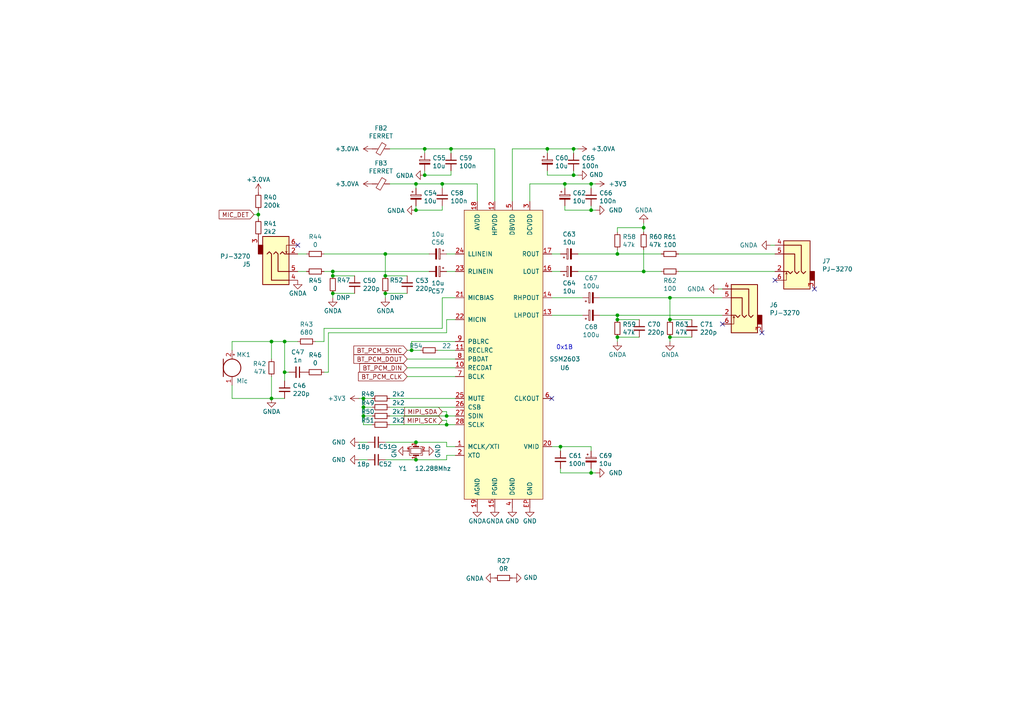
<source format=kicad_sch>
(kicad_sch (version 20230121) (generator eeschema)
  (paper "A4")
  (title_block (title "OtterCastAudioV2") (rev "1.0"))
  (lib_symbols
    (symbol "Device:C_Small" (pin_numbers hide) (pin_names (offset 0.254) hide)
      (property "Reference" "C" (at 0.254 1.778 0))
      (property "Value" "C_Small" (at 0.254 -2.032 0))
      (symbol "C_Small_0_1"
        (polyline (pts (xy -1.524 -0.508) (xy 1.524 -0.508)) (stroke (width 0.3302)))
        (polyline (pts (xy -1.524 0.508) (xy 1.524 0.508)) (stroke (width 0.3048)))
      )
      (symbol "C_Small_1_1"
        (pin passive line (at 0 2.54 270) (length 2.032) (name "~") (number "1"))
        (pin passive line (at 0 -2.54 90) (length 2.032) (name "~") (number "2"))
      )
    )
    (symbol "Device:Crystal_GND24_Small" (pin_names (offset 1.016) hide)
      (property "Reference" "Y" (at 1.27 4.445 0))
      (property "Value" "Crystal_GND24_Small" (at 1.27 2.54 0))
      (symbol "Crystal_GND24_Small_0_1"
        (rectangle (start -0.762 -1.524) (end 0.762 1.524))
        (polyline (pts (xy -1.27 -0.762) (xy -1.27 0.762)) (stroke (width 0.381)))
        (polyline (pts (xy 1.27 -0.762) (xy 1.27 0.762)) (stroke (width 0.381)))
        (polyline (pts (xy -1.27 -1.27) (xy -1.27 -1.905) (xy 1.27 -1.905) (xy 1.27 -1.27)))
        (polyline (pts (xy -1.27 1.27) (xy -1.27 1.905) (xy 1.27 1.905) (xy 1.27 1.27)))
      )
      (symbol "Crystal_GND24_Small_1_1"
        (pin passive line (at -2.54 0 0) (length 1.27) (name "1") (number "1"))
        (pin passive line (at 0 -2.54 90) (length 0.635) (name "2") (number "2"))
        (pin passive line (at 2.54 0 180) (length 1.27) (name "3") (number "3"))
        (pin passive line (at 0 2.54 270) (length 0.635) (name "4") (number "4"))
      )
    )
    (symbol "Device:Microphone" (pin_names (offset 0.0254) hide)
      (property "Reference" "MK" (at -3.81 1.27 0))
      (property "Value" "Microphone" (at -3.81 -0.635 0))
      (symbol "Microphone_0_1"
        (polyline (pts (xy -2.54 2.54) (xy -2.54 -2.54)) (stroke (width 0.254)))
        (polyline (pts (xy 0.254 3.81) (xy 0.762 3.81)))
        (polyline (pts (xy 0.508 4.064) (xy 0.508 3.556)))
        (circle (center 0 0) (radius 2.54) (stroke (width 0.254)))
      )
      (symbol "Microphone_1_1"
        (pin passive line (at 0 -5.08 90) (length 2.54) (name "-") (number "1"))
        (pin passive line (at 0 5.08 270) (length 2.54) (name "+") (number "2"))
      )
    )
    (symbol "Device:R_Small" (pin_numbers hide) (pin_names (offset 0.254) hide)
      (property "Reference" "R" (at 0.762 0.508 0))
      (property "Value" "R_Small" (at 0.762 -1.016 0))
      (symbol "R_Small_0_1"
        (rectangle (start -0.762 1.778) (end 0.762 -1.778) (stroke (width 0.2032)))
      )
      (symbol "R_Small_1_1"
        (pin passive line (at 0 2.54 270) (length 0.762) (name "~") (number "1"))
        (pin passive line (at 0 -2.54 90) (length 0.762) (name "~") (number "2"))
      )
    )
    (symbol "OtterCastAudioV2-rescue:CP_Small-Device" (pin_numbers hide) (pin_names (offset 0.254) hide)
      (property "Reference" "C" (at 0.254 1.778 0))
      (property "Value" "CP_Small-Device" (at 0.254 -2.032 0))
      (symbol "CP_Small-Device_0_1"
        (rectangle (start -1.524 -0.3048) (end 1.524 -0.6858) (fill (type outline)))
        (rectangle (start -1.524 0.6858) (end 1.524 0.3048))
        (polyline (pts (xy -1.27 1.524) (xy -0.762 1.524)))
        (polyline (pts (xy -1.016 1.27) (xy -1.016 1.778)))
      )
      (symbol "CP_Small-Device_1_1"
        (pin passive line (at 0 2.54 270) (length 1.8542) (name "~") (number "1"))
        (pin passive line (at 0 -2.54 90) (length 1.8542) (name "~") (number "2"))
      )
    )
    (symbol "OtterCastAudioV2-rescue:Ferrite_Bead_Small-Device" (pin_numbers hide) (pin_names (offset 0))
      (property "Reference" "FB" (at 1.905 1.27 0))
      (property "Value" "Ferrite_Bead_Small-Device" (at 1.905 -1.27 0))
      (symbol "Ferrite_Bead_Small-Device_0_1"
        (polyline (pts (xy 0 -1.27) (xy 0 -0.7874)))
        (polyline (pts (xy 0 0.889) (xy 0 1.2954)))
        (polyline (pts (xy -1.8288 0.2794) (xy -1.1176 1.4986) (xy 1.8288 -0.2032) (xy 1.1176 -1.4224) (xy -1.8288 0.2794)))
      )
      (symbol "Ferrite_Bead_Small-Device_1_1"
        (pin passive line (at 0 2.54 270) (length 1.27) (name "~") (number "1"))
        (pin passive line (at 0 -2.54 90) (length 1.27) (name "~") (number "2"))
      )
    )
    (symbol "otter:+3.0VA" (power) (pin_names (offset 0))
      (property "Value" "+3.0VA" (at 0 3.556 0))
      (symbol "+3.0VA_0_1"
        (polyline (pts (xy -0.762 1.27) (xy 0 2.54)))
        (polyline (pts (xy 0 0) (xy 0 2.54)))
        (polyline (pts (xy 0 2.54) (xy 0.762 1.27)))
      )
      (symbol "+3.0VA_1_1"
        (pin power_in line (at 0 0 90) (length 0) hide (name "+3.0VA") (number "1"))
      )
    )
    (symbol "otter:GND" (power) (pin_names (offset 0))
      (property "Value" "GND" (at 0 -3.81 0))
      (symbol "GND_0_1"
        (polyline (pts (xy 0 0) (xy 0 -1.27) (xy 1.27 -1.27) (xy 0 -2.54) (xy -1.27 -1.27) (xy 0 -1.27)))
      )
      (symbol "GND_1_1"
        (pin power_in line (at 0 0 270) (length 0) hide (name "GND") (number "1"))
      )
    )
    (symbol "otter:PJ-3270"
      (property "Reference" "J" (at 0 8.89 0))
      (property "Value" "PJ-3270" (at 0 6.35 0))
      (symbol "PJ-3270_0_1"
        (rectangle (start -5.08 -5.08) (end -6.35 -7.62) (stroke (width 0.254)) (fill (type outline)))
        (polyline (pts (xy 1.778 -5.334) (xy 2.032 -5.842)))
        (polyline (pts (xy 0 -5.08) (xy 0.635 -5.715) (xy 1.27 -5.08) (xy 2.54 -5.08)) (stroke (width 0.254)))
        (polyline (pts (xy 2.54 -7.62) (xy 1.778 -7.62) (xy 1.778 -5.334) (xy 1.524 -5.842)))
        (polyline (pts (xy -1.905 -5.08) (xy -1.27 -5.715) (xy -0.635 -5.08) (xy -0.635 0) (xy 2.54 0)) (stroke (width 0.254)))
        (polyline (pts (xy 2.54 2.54) (xy -2.54 2.54) (xy -2.54 -5.08) (xy -3.175 -5.715) (xy -3.81 -5.08)) (stroke (width 0.254)))
        (rectangle (start 2.54 3.81) (end -5.08 -10.16) (stroke (width 0.254)) (fill (type background)))
      )
      (symbol "PJ-3270_1_1"
        (pin passive line (at 5.08 -5.08 180) (length 2.54) (name "~") (number "2"))
        (pin passive line (at -6.35 -10.16 90) (length 2.54) (name "~") (number "3"))
        (pin passive line (at 5.08 2.54 180) (length 2.54) (name "~") (number "4"))
        (pin passive line (at 5.08 0 180) (length 2.54) (name "~") (number "5"))
        (pin passive line (at 5.08 -7.62 180) (length 2.54) (name "~") (number "6"))
      )
    )
    (symbol "otter:SSM2603" (pin_names (offset 1.016))
      (property "Reference" "U" (at 16.51 36.83 0))
      (property "Value" "SSM2603" (at 16.51 39.37 0))
      (symbol "SSM2603_0_1"
        (rectangle (start -11.43 41.91) (end 11.43 -41.91) (fill (type background)))
      )
      (symbol "SSM2603_1_1"
        (pin input line (at -13.97 -26.67 0) (length 2.54) (name "MCLK/XTI") (number "1"))
        (pin input line (at -13.97 -3.81 0) (length 2.54) (name "RECDAT") (number "10"))
        (pin input line (at -13.97 1.27 0) (length 2.54) (name "RECLRC") (number "11"))
        (pin input line (at -2.54 44.45 270) (length 2.54) (name "HPVDD") (number "12"))
        (pin input line (at 13.97 11.43 180) (length 2.54) (name "LHPOUT") (number "13"))
        (pin input line (at 13.97 16.51 180) (length 2.54) (name "RHPOUT") (number "14"))
        (pin input line (at -2.54 -44.45 90) (length 2.54) (name "PGND") (number "15"))
        (pin input line (at 13.97 24.13 180) (length 2.54) (name "LOUT") (number "16"))
        (pin input line (at 13.97 29.21 180) (length 2.54) (name "ROUT") (number "17"))
        (pin input line (at -7.62 44.45 270) (length 2.54) (name "AVDD") (number "18"))
        (pin input line (at -7.62 -44.45 90) (length 2.54) (name "AGND") (number "19"))
        (pin input line (at -13.97 -29.21 0) (length 2.54) (name "XTO") (number "2"))
        (pin input line (at 13.97 -26.67 180) (length 2.54) (name "VMID") (number "20"))
        (pin input line (at -13.97 16.51 0) (length 2.54) (name "MICBIAS") (number "21"))
        (pin input line (at -13.97 10.16 0) (length 2.54) (name "MICIN") (number "22"))
        (pin input line (at -13.97 24.13 0) (length 2.54) (name "RLINEIN") (number "23"))
        (pin input line (at -13.97 29.21 0) (length 2.54) (name "LLINEIN") (number "24"))
        (pin input line (at -13.97 -12.7 0) (length 2.54) (name "MUTE") (number "25"))
        (pin input line (at -13.97 -15.24 0) (length 2.54) (name "CSB") (number "26"))
        (pin input line (at -13.97 -17.78 0) (length 2.54) (name "SDIN") (number "27"))
        (pin input line (at -13.97 -20.32 0) (length 2.54) (name "SCLK") (number "28"))
        (pin input line (at 7.62 44.45 270) (length 2.54) (name "DCVDD") (number "3"))
        (pin input line (at 2.54 -44.45 90) (length 2.54) (name "DGND") (number "4"))
        (pin input line (at 2.54 44.45 270) (length 2.54) (name "DBVDD") (number "5"))
        (pin input line (at 13.97 -12.7 180) (length 2.54) (name "CLKOUT") (number "6"))
        (pin input line (at -13.97 -6.35 0) (length 2.54) (name "BCLK") (number "7"))
        (pin input line (at -13.97 -1.27 0) (length 2.54) (name "PBDAT") (number "8"))
        (pin input line (at -13.97 3.81 0) (length 2.54) (name "PBLRC") (number "9"))
        (pin input line (at 7.62 -44.45 90) (length 2.54) (name "GND") (number "EP"))
      )
    )
    (symbol "power:+3V3" (power) (pin_names (offset 0))
      (property "Value" "+3V3" (at 0 3.556 0))
      (symbol "+3V3_0_1"
        (polyline (pts (xy -0.762 1.27) (xy 0 2.54)))
        (polyline (pts (xy 0 0) (xy 0 2.54)))
        (polyline (pts (xy 0 2.54) (xy 0.762 1.27)))
      )
      (symbol "+3V3_1_1"
        (pin power_in line (at 0 0 90) (length 0) hide (name "+3V3") (number "1"))
      )
    )
    (symbol "power:GND" (power) (pin_names (offset 0))
      (property "Value" "GND" (at 0 -3.81 0))
      (symbol "GND_0_1"
        (polyline (pts (xy 0 0) (xy 0 -1.27) (xy 1.27 -1.27) (xy 0 -2.54) (xy -1.27 -1.27) (xy 0 -1.27)))
      )
      (symbol "GND_1_1"
        (pin power_in line (at 0 0 270) (length 0) hide (name "GND") (number "1"))
      )
    )
    (symbol "power:GNDA" (power) (pin_names (offset 0))
      (property "Value" "GNDA" (at 0 -3.81 0))
      (symbol "GNDA_0_1"
        (polyline (pts (xy 0 0) (xy 0 -1.27) (xy 1.27 -1.27) (xy 0 -2.54) (xy -1.27 -1.27) (xy 0 -1.27)))
      )
      (symbol "GNDA_1_1"
        (pin power_in line (at 0 0 270) (length 0) hide (name "GNDA") (number "1"))
      )
    )
  )
  (junction (at 120.65 128.27))
  (junction (at 120.65 53.34))
  (junction (at 171.45 137.16))
  (junction (at 96.52 85.09))
  (junction (at 179.07 73.66))
  (junction (at 130.81 43.18))
  (junction (at 82.55 99.06))
  (junction (at 163.83 53.34))
  (junction (at 111.76 85.09))
  (junction (at 123.19 50.8))
  (junction (at 179.07 91.44))
  (junction (at 74.93 62.23))
  (junction (at 166.37 43.18))
  (junction (at 179.07 92.71))
  (junction (at 166.37 50.8))
  (junction (at 171.45 60.96))
  (junction (at 123.19 43.18))
  (junction (at 111.76 80.01))
  (junction (at 186.69 66.04))
  (junction (at 162.56 129.54))
  (junction (at 120.65 133.35))
  (junction (at 194.31 97.79))
  (junction (at 78.74 99.06))
  (junction (at 96.52 80.01))
  (junction (at 78.74 115.57))
  (junction (at 120.65 60.96))
  (junction (at 158.75 43.18))
  (junction (at 105.41 120.65))
  (junction (at 171.45 53.34))
  (junction (at 96.52 78.74))
  (junction (at 129.54 120.65))
  (junction (at 111.76 73.66))
  (junction (at 129.54 123.19))
  (junction (at 105.41 115.57))
  (junction (at 82.55 107.95))
  (junction (at 179.07 97.79))
  (junction (at 194.31 92.71))
  (junction (at 128.27 53.34))
  (junction (at 186.69 78.74))
  (junction (at 194.31 86.36))
  (junction (at 119.38 101.6))
  (junction (at 105.41 118.11))
  (no_connect (at 209.55 93.98))
  (no_connect (at 224.79 81.28))
  (no_connect (at 86.36 71.12))
  (no_connect (at 220.98 96.52))
  (no_connect (at 160.02 115.57))
  (no_connect (at 236.22 83.82))
  (wire (pts (xy 162.56 129.54) (xy 171.45 129.54)))
  (wire (pts (xy 171.45 54.61) (xy 171.45 53.34)))
  (wire (pts (xy 160.02 78.74) (xy 162.56 78.74)))
  (wire (pts (xy 67.31 111.76) (xy 67.31 115.57)))
  (wire (pts (xy 73.66 62.23) (xy 74.93 62.23)))
  (wire (pts (xy 171.45 60.96) (xy 171.45 59.69)))
  (wire (pts (xy 158.75 43.18) (xy 158.75 44.45)))
  (wire (pts (xy 186.69 78.74) (xy 186.69 72.39)))
  (wire (pts (xy 163.83 54.61) (xy 163.83 53.34)))
  (wire (pts (xy 128.27 53.34) (xy 128.27 54.61)))
  (wire (pts (xy 118.11 85.09) (xy 111.76 85.09)))
  (wire (pts (xy 162.56 137.16) (xy 162.56 135.89)))
  (wire (pts (xy 95.25 96.52) (xy 129.54 96.52)))
  (wire (pts (xy 167.64 43.18) (xy 166.37 43.18)))
  (wire (pts (xy 129.54 123.19) (xy 113.03 123.19)))
  (wire (pts (xy 104.14 133.35) (xy 106.68 133.35)))
  (wire (pts (xy 179.07 67.31) (xy 179.07 66.04)))
  (wire (pts (xy 67.31 101.6) (xy 67.31 99.06)))
  (wire (pts (xy 185.42 92.71) (xy 179.07 92.71)))
  (wire (pts (xy 163.83 60.96) (xy 163.83 59.69)))
  (wire (pts (xy 128.27 60.96) (xy 120.65 60.96)))
  (wire (pts (xy 143.51 43.18) (xy 130.81 43.18)))
  (wire (pts (xy 128.27 59.69) (xy 128.27 60.96)))
  (wire (pts (xy 119.38 99.06) (xy 132.08 99.06)))
  (wire (pts (xy 119.38 99.06) (xy 119.38 101.6)))
  (wire (pts (xy 132.08 86.36) (xy 128.27 86.36)))
  (wire (pts (xy 111.76 86.36) (xy 111.76 85.09)))
  (wire (pts (xy 113.03 53.34) (xy 120.65 53.34)))
  (wire (pts (xy 124.46 78.74) (xy 96.52 78.74)))
  (wire (pts (xy 208.28 83.82) (xy 209.55 83.82)))
  (wire (pts (xy 120.65 133.35) (xy 129.54 133.35)))
  (wire (pts (xy 168.91 91.44) (xy 160.02 91.44)))
  (wire (pts (xy 120.65 133.35) (xy 111.76 133.35)))
  (wire (pts (xy 86.36 99.06) (xy 82.55 99.06)))
  (wire (pts (xy 129.54 119.38) (xy 129.54 120.65)))
  (wire (pts (xy 124.46 73.66) (xy 111.76 73.66)))
  (wire (pts (xy 118.11 106.68) (xy 132.08 106.68)))
  (wire (pts (xy 194.31 99.06) (xy 194.31 97.79)))
  (wire (pts (xy 120.65 128.27) (xy 111.76 128.27)))
  (wire (pts (xy 118.11 80.01) (xy 111.76 80.01)))
  (wire (pts (xy 105.41 115.57) (xy 105.41 118.11)))
  (wire (pts (xy 86.36 73.66) (xy 88.9 73.66)))
  (wire (pts (xy 162.56 73.66) (xy 160.02 73.66)))
  (wire (pts (xy 166.37 50.8) (xy 166.37 49.53)))
  (wire (pts (xy 132.08 73.66) (xy 129.54 73.66)))
  (wire (pts (xy 120.65 53.34) (xy 128.27 53.34)))
  (wire (pts (xy 128.27 53.34) (xy 138.43 53.34)))
  (wire (pts (xy 95.25 96.52) (xy 95.25 107.95)))
  (wire (pts (xy 82.55 115.57) (xy 78.74 115.57)))
  (wire (pts (xy 111.76 73.66) (xy 111.76 80.01)))
  (wire (pts (xy 163.83 53.34) (xy 153.67 53.34)))
  (wire (pts (xy 104.14 128.27) (xy 106.68 128.27)))
  (wire (pts (xy 167.64 73.66) (xy 179.07 73.66)))
  (wire (pts (xy 130.81 49.53) (xy 130.81 50.8)))
  (wire (pts (xy 74.93 62.23) (xy 74.93 60.96)))
  (wire (pts (xy 132.08 92.71) (xy 129.54 92.71)))
  (wire (pts (xy 179.07 91.44) (xy 209.55 91.44)))
  (wire (pts (xy 200.66 97.79) (xy 194.31 97.79)))
  (wire (pts (xy 166.37 44.45) (xy 166.37 43.18)))
  (wire (pts (xy 132.08 123.19) (xy 129.54 123.19)))
  (wire (pts (xy 132.08 115.57) (xy 113.03 115.57)))
  (wire (pts (xy 113.03 43.18) (xy 123.19 43.18)))
  (wire (pts (xy 185.42 97.79) (xy 179.07 97.79)))
  (wire (pts (xy 132.08 132.08) (xy 129.54 132.08)))
  (wire (pts (xy 130.81 50.8) (xy 123.19 50.8)))
  (wire (pts (xy 158.75 49.53) (xy 158.75 50.8)))
  (wire (pts (xy 78.74 115.57) (xy 78.74 109.22)))
  (wire (pts (xy 74.93 63.5) (xy 74.93 62.23)))
  (wire (pts (xy 129.54 121.92) (xy 129.54 123.19)))
  (wire (pts (xy 128.27 86.36) (xy 128.27 95.25)))
  (wire (pts (xy 129.54 132.08) (xy 129.54 133.35)))
  (wire (pts (xy 153.67 53.34) (xy 153.67 58.42)))
  (wire (pts (xy 129.54 92.71) (xy 129.54 96.52)))
  (wire (pts (xy 107.95 118.11) (xy 105.41 118.11)))
  (wire (pts (xy 179.07 66.04) (xy 186.69 66.04)))
  (wire (pts (xy 120.65 60.96) (xy 120.65 59.69)))
  (wire (pts (xy 93.98 73.66) (xy 111.76 73.66)))
  (wire (pts (xy 113.03 120.65) (xy 129.54 120.65)))
  (wire (pts (xy 186.69 78.74) (xy 191.77 78.74)))
  (wire (pts (xy 107.95 115.57) (xy 105.41 115.57)))
  (wire (pts (xy 105.41 120.65) (xy 105.41 123.19)))
  (wire (pts (xy 186.69 66.04) (xy 186.69 67.31)))
  (wire (pts (xy 179.07 73.66) (xy 191.77 73.66)))
  (wire (pts (xy 223.52 71.12) (xy 224.79 71.12)))
  (wire (pts (xy 67.31 115.57) (xy 78.74 115.57)))
  (wire (pts (xy 158.75 43.18) (xy 166.37 43.18)))
  (wire (pts (xy 167.64 78.74) (xy 186.69 78.74)))
  (wire (pts (xy 78.74 104.14) (xy 78.74 99.06)))
  (wire (pts (xy 173.99 91.44) (xy 179.07 91.44)))
  (wire (pts (xy 167.64 50.8) (xy 166.37 50.8)))
  (wire (pts (xy 143.51 43.18) (xy 143.51 58.42)))
  (wire (pts (xy 82.55 110.49) (xy 82.55 107.95)))
  (wire (pts (xy 163.83 60.96) (xy 171.45 60.96)))
  (wire (pts (xy 96.52 80.01) (xy 96.52 78.74)))
  (wire (pts (xy 121.92 101.6) (xy 119.38 101.6)))
  (wire (pts (xy 132.08 78.74) (xy 129.54 78.74)))
  (wire (pts (xy 179.07 99.06) (xy 179.07 97.79)))
  (wire (pts (xy 160.02 86.36) (xy 168.91 86.36)))
  (wire (pts (xy 96.52 86.36) (xy 96.52 85.09)))
  (wire (pts (xy 91.44 99.06) (xy 93.98 99.06)))
  (wire (pts (xy 129.54 128.27) (xy 129.54 129.54)))
  (wire (pts (xy 107.95 120.65) (xy 105.41 120.65)))
  (wire (pts (xy 118.11 101.6) (xy 119.38 101.6)))
  (wire (pts (xy 82.55 107.95) (xy 83.82 107.95)))
  (wire (pts (xy 179.07 92.71) (xy 179.07 91.44)))
  (wire (pts (xy 186.69 64.77) (xy 186.69 66.04)))
  (wire (pts (xy 123.19 43.18) (xy 123.19 44.45)))
  (wire (pts (xy 162.56 137.16) (xy 171.45 137.16)))
  (wire (pts (xy 148.59 43.18) (xy 158.75 43.18)))
  (wire (pts (xy 173.99 86.36) (xy 194.31 86.36)))
  (wire (pts (xy 130.81 43.18) (xy 130.81 44.45)))
  (wire (pts (xy 78.74 99.06) (xy 82.55 99.06)))
  (wire (pts (xy 171.45 53.34) (xy 163.83 53.34)))
  (wire (pts (xy 123.19 50.8) (xy 123.19 49.53)))
  (wire (pts (xy 86.36 78.74) (xy 88.9 78.74)))
  (wire (pts (xy 194.31 86.36) (xy 194.31 92.71)))
  (wire (pts (xy 172.72 53.34) (xy 171.45 53.34)))
  (wire (pts (xy 171.45 137.16) (xy 171.45 135.89)))
  (wire (pts (xy 132.08 101.6) (xy 127 101.6)))
  (wire (pts (xy 128.27 121.92) (xy 129.54 121.92)))
  (wire (pts (xy 67.31 99.06) (xy 78.74 99.06)))
  (wire (pts (xy 171.45 137.16) (xy 172.72 137.16)))
  (wire (pts (xy 196.85 78.74) (xy 224.79 78.74)))
  (wire (pts (xy 95.25 107.95) (xy 93.98 107.95)))
  (wire (pts (xy 138.43 53.34) (xy 138.43 58.42)))
  (wire (pts (xy 200.66 92.71) (xy 194.31 92.71)))
  (wire (pts (xy 105.41 115.57) (xy 104.14 115.57)))
  (wire (pts (xy 102.87 85.09) (xy 96.52 85.09)))
  (wire (pts (xy 120.65 128.27) (xy 129.54 128.27)))
  (wire (pts (xy 148.59 43.18) (xy 148.59 58.42)))
  (wire (pts (xy 93.98 78.74) (xy 96.52 78.74)))
  (wire (pts (xy 160.02 129.54) (xy 162.56 129.54)))
  (wire (pts (xy 105.41 118.11) (xy 105.41 120.65)))
  (wire (pts (xy 172.72 60.96) (xy 171.45 60.96)))
  (wire (pts (xy 102.87 80.01) (xy 96.52 80.01)))
  (wire (pts (xy 105.41 123.19) (xy 107.95 123.19)))
  (wire (pts (xy 118.11 109.22) (xy 132.08 109.22)))
  (wire (pts (xy 113.03 118.11) (xy 132.08 118.11)))
  (wire (pts (xy 93.98 95.25) (xy 128.27 95.25)))
  (wire (pts (xy 93.98 95.25) (xy 93.98 99.06)))
  (wire (pts (xy 118.11 104.14) (xy 132.08 104.14)))
  (wire (pts (xy 158.75 50.8) (xy 166.37 50.8)))
  (wire (pts (xy 123.19 43.18) (xy 130.81 43.18)))
  (wire (pts (xy 82.55 99.06) (xy 82.55 107.95)))
  (wire (pts (xy 128.27 119.38) (xy 129.54 119.38)))
  (wire (pts (xy 224.79 73.66) (xy 196.85 73.66)))
  (wire (pts (xy 194.31 86.36) (xy 209.55 86.36)))
  (wire (pts (xy 120.65 54.61) (xy 120.65 53.34)))
  (wire (pts (xy 171.45 129.54) (xy 171.45 130.81)))
  (wire (pts (xy 129.54 129.54) (xy 132.08 129.54)))
  (wire (pts (xy 129.54 120.65) (xy 132.08 120.65)))
  (wire (pts (xy 162.56 129.54) (xy 162.56 130.81)))
  (wire (pts (xy 179.07 72.39) (xy 179.07 73.66)))
  (text "0x1B" (at 161.29 101.6 0) (effects (font (size 1.27 1.27)) (justify left bottom)))
  (global_label "MIPI_SCK" (shape input) (at 128.27 121.92 180) (property "Intersheetrefs" "${INTERSHEET_REFS}" (effects hide)))
  (global_label "BT_PCM_DOUT" (shape input) (at 118.11 104.14 180) (property "Intersheetrefs" "${INTERSHEET_REFS}" (effects hide)))
  (global_label "BT_PCM_DIN" (shape input) (at 118.11 106.68 180) (property "Intersheetrefs" "${INTERSHEET_REFS}" (effects hide)))
  (global_label "BT_PCM_SYNC" (shape input) (at 118.11 101.6 180) (property "Intersheetrefs" "${INTERSHEET_REFS}" (effects hide)))
  (global_label "MIC_DET" (shape input) (at 73.66 62.23 180) (property "Intersheetrefs" "${INTERSHEET_REFS}" (effects hide)))
  (global_label "MIPI_SDA" (shape input) (at 128.27 119.38 180) (property "Intersheetrefs" "${INTERSHEET_REFS}" (effects hide)))
  (global_label "BT_PCM_CLK" (shape input) (at 118.11 109.22 180) (property "Intersheetrefs" "${INTERSHEET_REFS}" (effects hide)))
  (symbol (lib_id "Device:R_Small") (at 146.05 167.64 270) (unit 1)
    (property "Reference" "R27" (at 146.05 162.6616 90))
    (property "Value" "0R" (at 146.05 164.973 90))
    (property "Footprint" "otter:R_0805" (effects hide))
  )
  (symbol (lib_id "power:GNDA") (at 143.51 147.32 0) (unit 1)
    (property "Reference" "#PWR0155" (effects hide))
    (property "Value" "GNDA" (at 143.51 151.13 0))
  )
  (symbol (lib_id "power:GNDA") (at 138.43 147.32 0) (unit 1)
    (property "Reference" "#PWR0203" (effects hide))
    (property "Value" "GNDA" (at 138.43 151.13 0))
  )
  (symbol (lib_id "power:GNDA") (at 143.51 167.64 270) (unit 1)
    (property "Reference" "#PWR0204" (effects hide))
    (property "Value" "GNDA" (at 140.2842 167.767 90) (effects (justify right)))
  )
  (symbol (lib_id "otter:GND") (at 148.59 167.64 90) (unit 1)
    (property "Reference" "#PWR0295" (effects hide))
    (property "Value" "GND" (at 151.8412 167.513 90) (effects (justify right)))
  )
  (symbol (lib_id "otter:SSM2603") (at 146.05 102.87 0) (unit 1)
    (property "Reference" "U6" (at 163.83 106.68 0))
    (property "Value" "SSM2603" (at 163.83 104.14 0))
    (property "Footprint" "otter:LFCSP-28-5x5mm-0.5mm-EP3.14x3.14mm" (effects hide))
  )
  (symbol (lib_id "otter:GND") (at 148.59 147.32 0) (unit 1)
    (property "Reference" "#PWR0205" (effects hide))
    (property "Value" "GND" (at 148.59 151.13 0))
  )
  (symbol (lib_id "otter:GND") (at 153.67 147.32 0) (unit 1)
    (property "Reference" "#PWR0206" (effects hide))
    (property "Value" "GND" (at 153.67 151.13 0))
  )
  (symbol (lib_id "Device:Crystal_GND24_Small") (at 120.65 130.81 90) (unit 1)
    (property "Reference" "Y1" (at 118.11 135.89 90) (effects (justify left)))
    (property "Value" "12.288Mhz" (at 130.81 135.89 90) (effects (justify left)))
    (property "Footprint" "otter:Oscillator_3225" (effects hide))
  )
  (symbol (lib_id "power:GND") (at 123.19 130.81 90) (mirror x) (unit 1)
    (property "Reference" "#PWR0207" (effects hide))
    (property "Value" "GND" (at 127 130.81 0))
  )
  (symbol (lib_id "Device:C_Small") (at 109.22 133.35 270) (unit 1)
    (property "Reference" "C52" (at 111.76 134.62 90))
    (property "Value" "18p" (at 105.41 134.62 90))
    (property "Footprint" "otter:C_0402" (effects hide))
  )
  (symbol (lib_id "Device:C_Small") (at 109.22 128.27 270) (unit 1)
    (property "Reference" "C51" (at 111.76 129.54 90))
    (property "Value" "18p" (at 105.41 129.54 90))
    (property "Footprint" "otter:C_0402" (effects hide))
  )
  (symbol (lib_id "power:GND") (at 118.11 130.81 270) (mirror x) (unit 1)
    (property "Reference" "#PWR0208" (effects hide))
    (property "Value" "GND" (at 114.3 130.81 0))
  )
  (symbol (lib_id "power:GND") (at 104.14 128.27 270) (mirror x) (unit 1)
    (property "Reference" "#PWR0209" (effects hide))
    (property "Value" "GND" (at 100.33 128.27 90) (effects (justify right)))
  )
  (symbol (lib_id "power:GND") (at 104.14 133.35 270) (mirror x) (unit 1)
    (property "Reference" "#PWR0210" (effects hide))
    (property "Value" "GND" (at 100.33 133.35 90) (effects (justify right)))
  )
  (symbol (lib_id "Device:R_Small") (at 110.49 120.65 270) (unit 1)
    (property "Reference" "R50" (at 106.68 119.38 90))
    (property "Value" "2k2" (at 115.57 119.38 90))
    (property "Footprint" "otter:R_0402" (effects hide))
  )
  (symbol (lib_id "Device:R_Small") (at 110.49 123.19 270) (unit 1)
    (property "Reference" "R51" (at 106.68 121.92 90))
    (property "Value" "2k2" (at 115.57 121.92 90))
    (property "Footprint" "otter:R_0402" (effects hide))
  )
  (symbol (lib_id "Device:R_Small") (at 124.46 101.6 270) (unit 1)
    (property "Reference" "R54" (at 120.65 100.33 90))
    (property "Value" "22" (at 129.54 100.33 90))
    (property "Footprint" "otter:R_0402" (effects hide))
  )
  (symbol (lib_id "Device:R_Small") (at 110.49 118.11 270) (unit 1)
    (property "Reference" "R49" (at 106.68 116.84 90))
    (property "Value" "2k2" (at 115.57 116.84 90))
    (property "Footprint" "otter:R_0402" (effects hide))
  )
  (symbol (lib_id "Device:R_Small") (at 110.49 115.57 270) (unit 1)
    (property "Reference" "R48" (at 106.68 114.3 90))
    (property "Value" "2k2" (at 115.57 114.3 90))
    (property "Footprint" "otter:R_0402" (effects hide))
  )
  (symbol (lib_id "OtterCastAudioV2-rescue:CP_Small-Device") (at 120.65 57.15 0) (unit 1)
    (property "Reference" "C54" (at 122.8852 55.9816 0) (effects (justify left)))
    (property "Value" "10u" (at 122.8852 58.293 0) (effects (justify left)))
    (property "Footprint" "otter:CP_EIA-3216-10" (effects hide))
    (property "Datasheet" "TAJA106K016RNJ" (effects hide))
    (property "LCSC" "C7171" (effects hide))
  )
  (symbol (lib_id "Device:C_Small") (at 128.27 57.15 0) (unit 1)
    (property "Reference" "C58" (at 130.6068 55.9816 0) (effects (justify left)))
    (property "Value" "100n" (at 130.6068 58.293 0) (effects (justify left)))
    (property "Footprint" "otter:C_0402" (effects hide))
  )
  (symbol (lib_id "OtterCastAudioV2-rescue:CP_Small-Device") (at 123.19 46.99 0) (unit 1)
    (property "Reference" "C55" (at 125.4252 45.8216 0) (effects (justify left)))
    (property "Value" "10u" (at 125.4252 48.133 0) (effects (justify left)))
    (property "Footprint" "otter:CP_EIA-3216-10" (effects hide))
    (property "Datasheet" "TAJA106K016RNJ" (effects hide))
    (property "LCSC" "C7171" (effects hide))
  )
  (symbol (lib_id "Device:C_Small") (at 130.81 46.99 0) (unit 1)
    (property "Reference" "C59" (at 133.1468 45.8216 0) (effects (justify left)))
    (property "Value" "100n" (at 133.1468 48.133 0) (effects (justify left)))
    (property "Footprint" "otter:C_0402" (effects hide))
  )
  (symbol (lib_id "OtterCastAudioV2-rescue:CP_Small-Device") (at 163.83 57.15 0) (unit 1)
    (property "Reference" "C62" (at 166.0652 55.9816 0) (effects (justify left)))
    (property "Value" "10u" (at 166.0652 58.293 0) (effects (justify left)))
    (property "Footprint" "otter:CP_EIA-3216-10" (effects hide))
    (property "Datasheet" "TAJA106K016RNJ" (effects hide))
    (property "LCSC" "C7171" (effects hide))
  )
  (symbol (lib_id "Device:C_Small") (at 171.45 57.15 0) (unit 1)
    (property "Reference" "C66" (at 173.7868 55.9816 0) (effects (justify left)))
    (property "Value" "100n" (at 173.7868 58.293 0) (effects (justify left)))
    (property "Footprint" "otter:C_0402" (effects hide))
  )
  (symbol (lib_id "OtterCastAudioV2-rescue:CP_Small-Device") (at 158.75 46.99 0) (unit 1)
    (property "Reference" "C60" (at 160.9852 45.8216 0) (effects (justify left)))
    (property "Value" "10u" (at 160.9852 48.133 0) (effects (justify left)))
    (property "Footprint" "otter:CP_EIA-3216-10" (effects hide))
    (property "Datasheet" "TAJA106K016RNJ" (effects hide))
    (property "LCSC" "C7171" (effects hide))
  )
  (symbol (lib_id "Device:C_Small") (at 166.37 46.99 0) (unit 1)
    (property "Reference" "C65" (at 168.7068 45.8216 0) (effects (justify left)))
    (property "Value" "100n" (at 168.7068 48.133 0) (effects (justify left)))
    (property "Footprint" "otter:C_0402" (effects hide))
  )
  (symbol (lib_id "otter:GND") (at 172.72 60.96 90) (unit 1)
    (property "Reference" "#PWR0213" (effects hide))
    (property "Value" "GND" (at 176.53 60.96 90) (effects (justify right)))
  )
  (symbol (lib_id "otter:GND") (at 167.64 50.8 90) (unit 1)
    (property "Reference" "#PWR0214" (effects hide))
    (property "Value" "GND" (at 170.8912 50.673 90) (effects (justify right)))
  )
  (symbol (lib_id "OtterCastAudioV2-rescue:Ferrite_Bead_Small-Device") (at 110.49 43.18 270) (unit 1)
    (property "Reference" "FB2" (at 110.49 37.1602 90))
    (property "Value" "FERRET" (at 110.49 39.4716 90))
    (property "Footprint" "otter:R_0805" (effects hide))
  )
  (symbol (lib_id "OtterCastAudioV2-rescue:Ferrite_Bead_Small-Device") (at 110.49 53.34 270) (unit 1)
    (property "Reference" "FB3" (at 110.49 47.3202 90))
    (property "Value" "FERRET" (at 110.49 49.6316 90))
    (property "Footprint" "otter:R_0805" (effects hide))
  )
  (symbol (lib_id "power:GNDA") (at 123.19 50.8 270) (unit 1)
    (property "Reference" "#PWR0217" (effects hide))
    (property "Value" "GNDA" (at 119.9642 50.927 90) (effects (justify right)))
  )
  (symbol (lib_id "power:GNDA") (at 120.65 60.96 270) (unit 1)
    (property "Reference" "#PWR0218" (effects hide))
    (property "Value" "GNDA" (at 117.4242 61.087 90) (effects (justify right)))
  )
  (symbol (lib_id "OtterCastAudioV2-rescue:CP_Small-Device") (at 171.45 86.36 90) (unit 1)
    (property "Reference" "C67" (at 171.45 80.645 90))
    (property "Value" "100u" (at 171.45 82.9564 90))
    (property "Footprint" "otter:CP_EIA-3528-12" (effects hide))
    (property "Datasheet" "TAJB107K006RNJ" (effects hide))
    (property "LCSC" "C16133" (effects hide))
  )
  (symbol (lib_id "OtterCastAudioV2-rescue:CP_Small-Device") (at 171.45 91.44 90) (unit 1)
    (property "Reference" "C68" (at 171.45 94.8182 90))
    (property "Value" "100u" (at 171.45 97.1296 90))
    (property "Footprint" "otter:CP_EIA-3528-12" (effects hide))
    (property "Datasheet" "TAJB107K006RNJ" (effects hide))
    (property "LCSC" "C16133" (effects hide))
  )
  (symbol (lib_id "OtterCastAudioV2-rescue:CP_Small-Device") (at 165.1 73.66 90) (unit 1)
    (property "Reference" "C63" (at 165.1 67.945 90))
    (property "Value" "10u" (at 165.1 70.2564 90))
    (property "Footprint" "otter:CP_EIA-3216-10" (effects hide))
    (property "Datasheet" "TAJA106K016RNJ" (effects hide))
    (property "LCSC" "C7171" (effects hide))
  )
  (symbol (lib_id "OtterCastAudioV2-rescue:CP_Small-Device") (at 165.1 78.74 90) (unit 1)
    (property "Reference" "C64" (at 165.1 82.1182 90))
    (property "Value" "10u" (at 165.1 84.4296 90))
    (property "Footprint" "otter:CP_EIA-3216-10" (effects hide))
    (property "Datasheet" "TAJA106K016RNJ" (effects hide))
    (property "LCSC" "C7171" (effects hide))
  )
  (symbol (lib_id "power:+3V3") (at 172.72 53.34 270) (unit 1)
    (property "Reference" "#PWR?" (effects hide))
    (property "Value" "+3V3" (at 176.53 53.34 90) (effects (justify left)))
  )
  (symbol (lib_id "power:+3V3") (at 104.14 115.57 90) (unit 1)
    (property "Reference" "#PWR?" (effects hide))
    (property "Value" "+3V3" (at 100.33 115.57 90) (effects (justify left)))
  )
  (symbol (lib_id "Device:R_Small") (at 179.07 69.85 0) (unit 1)
    (property "Reference" "R58" (at 180.5686 68.6816 0) (effects (justify left)))
    (property "Value" "47k" (at 180.5686 70.993 0) (effects (justify left)))
    (property "Footprint" "otter:R_0402" (effects hide))
  )
  (symbol (lib_id "Device:R_Small") (at 186.69 69.85 0) (unit 1)
    (property "Reference" "R60" (at 188.1886 68.6816 0) (effects (justify left)))
    (property "Value" "47k" (at 188.1886 70.993 0) (effects (justify left)))
    (property "Footprint" "otter:R_0402" (effects hide))
  )
  (symbol (lib_id "power:GNDA") (at 186.69 64.77 180) (unit 1)
    (property "Reference" "#PWR0222" (effects hide))
    (property "Value" "GNDA" (at 186.69 60.96 0))
  )
  (symbol (lib_id "Device:R_Small") (at 194.31 73.66 270) (unit 1)
    (property "Reference" "R61" (at 194.31 68.6816 90))
    (property "Value" "100" (at 194.31 70.993 90))
    (property "Footprint" "otter:R_0402" (effects hide))
  )
  (symbol (lib_id "Device:R_Small") (at 194.31 78.74 270) (unit 1)
    (property "Reference" "R62" (at 194.31 81.3816 90))
    (property "Value" "100" (at 194.31 83.693 90))
    (property "Footprint" "otter:R_0402" (effects hide))
  )
  (symbol (lib_id "power:GNDA") (at 223.52 71.12 270) (unit 1)
    (property "Reference" "#PWR0223" (effects hide))
    (property "Value" "GNDA" (at 219.71 71.12 90) (effects (justify right)))
  )
  (symbol (lib_id "Device:R_Small") (at 179.07 95.25 0) (unit 1)
    (property "Reference" "R59" (at 180.5686 94.0816 0) (effects (justify left)))
    (property "Value" "47k" (at 180.5686 96.393 0) (effects (justify left)))
    (property "Footprint" "otter:R_0402" (effects hide))
  )
  (symbol (lib_id "Device:R_Small") (at 194.31 95.25 0) (unit 1)
    (property "Reference" "R63" (at 195.8086 94.0816 0) (effects (justify left)))
    (property "Value" "47k" (at 195.8086 96.393 0) (effects (justify left)))
    (property "Footprint" "otter:R_0402" (effects hide))
  )
  (symbol (lib_id "Device:C_Small") (at 185.42 95.25 0) (unit 1)
    (property "Reference" "C70" (at 187.7568 94.0816 0) (effects (justify left)))
    (property "Value" "220p" (at 187.7568 96.393 0) (effects (justify left)))
    (property "Footprint" "otter:C_0402" (effects hide))
  )
  (symbol (lib_id "Device:C_Small") (at 200.66 95.25 0) (unit 1)
    (property "Reference" "C71" (at 202.9968 94.0816 0) (effects (justify left)))
    (property "Value" "220p" (at 202.9968 96.393 0) (effects (justify left)))
    (property "Footprint" "otter:C_0402" (effects hide))
  )
  (symbol (lib_id "power:GNDA") (at 179.07 99.06 0) (unit 1)
    (property "Reference" "#PWR0224" (effects hide))
    (property "Value" "GNDA" (at 179.07 102.87 0))
  )
  (symbol (lib_id "power:GNDA") (at 194.31 99.06 0) (unit 1)
    (property "Reference" "#PWR0225" (effects hide))
    (property "Value" "GNDA" (at 194.31 102.87 0))
  )
  (symbol (lib_id "power:GNDA") (at 208.28 83.82 270) (unit 1)
    (property "Reference" "#PWR0226" (effects hide))
    (property "Value" "GNDA" (at 204.47 83.82 90) (effects (justify right)))
  )
  (symbol (lib_id "otter:+3.0VA") (at 167.64 43.18 270) (unit 1)
    (property "Reference" "#PWR?" (effects hide))
    (property "Value" "+3.0VA" (at 171.45 43.18 90) (effects (justify left)))
  )
  (symbol (lib_id "otter:+3.0VA") (at 107.95 43.18 90) (unit 1)
    (property "Reference" "#PWR?" (effects hide))
    (property "Value" "+3.0VA" (at 104.14 43.18 90) (effects (justify left)))
  )
  (symbol (lib_id "otter:+3.0VA") (at 107.95 53.34 90) (unit 1)
    (property "Reference" "#PWR?" (effects hide))
    (property "Value" "+3.0VA" (at 104.14 53.34 90) (effects (justify left)))
  )
  (symbol (lib_id "otter:+3.0VA") (at 74.93 55.88 0) (unit 1)
    (property "Reference" "#PWR?" (effects hide))
    (property "Value" "+3.0VA" (at 74.93 52.07 0))
  )
  (symbol (lib_id "OtterCastAudioV2-rescue:CP_Small-Device") (at 127 78.74 270) (unit 1)
    (property "Reference" "C57" (at 127 84.455 90))
    (property "Value" "10u" (at 127 82.1436 90))
    (property "Footprint" "otter:CP_EIA-3216-10" (effects hide))
    (property "Datasheet" "TAJA106K016RNJ" (effects hide))
    (property "LCSC" "C7171" (effects hide))
  )
  (symbol (lib_id "OtterCastAudioV2-rescue:CP_Small-Device") (at 127 73.66 270) (unit 1)
    (property "Reference" "C56" (at 127 70.2818 90))
    (property "Value" "10u" (at 127 67.9704 90))
    (property "Footprint" "otter:CP_EIA-3216-10" (effects hide))
    (property "Datasheet" "TAJA106K016RNJ" (effects hide))
    (property "LCSC" "C7171" (effects hide))
  )
  (symbol (lib_id "Device:R_Small") (at 96.52 82.55 0) (unit 1)
    (property "Reference" "R47" (at 101.6 81.28 0) (effects (justify right)))
    (property "Value" "DNP" (at 101.6 86.36 0) (effects (justify right)))
    (property "Footprint" "otter:R_0402" (effects hide))
  )
  (symbol (lib_id "Device:R_Small") (at 111.76 82.55 0) (unit 1)
    (property "Reference" "R52" (at 113.03 81.28 0) (effects (justify left)))
    (property "Value" "DNP" (at 113.03 86.36 0) (effects (justify left)))
    (property "Footprint" "otter:R_0402" (effects hide))
  )
  (symbol (lib_id "Device:C_Small") (at 102.87 82.55 0) (unit 1)
    (property "Reference" "C50" (at 105.2068 81.3816 0) (effects (justify left)))
    (property "Value" "220p" (at 105.2068 83.693 0) (effects (justify left)))
    (property "Footprint" "otter:C_0402" (effects hide))
  )
  (symbol (lib_id "Device:C_Small") (at 118.11 82.55 0) (unit 1)
    (property "Reference" "C53" (at 120.4468 81.3816 0) (effects (justify left)))
    (property "Value" "220p" (at 120.4468 83.693 0) (effects (justify left)))
    (property "Footprint" "otter:C_0402" (effects hide))
  )
  (symbol (lib_id "power:GNDA") (at 96.52 86.36 0) (unit 1)
    (property "Reference" "#PWR0227" (effects hide))
    (property "Value" "GNDA" (at 96.52 90.17 0))
  )
  (symbol (lib_id "power:GNDA") (at 111.76 86.36 0) (unit 1)
    (property "Reference" "#PWR0228" (effects hide))
    (property "Value" "GNDA" (at 111.76 90.17 0))
  )
  (symbol (lib_id "Device:R_Small") (at 91.44 73.66 90) (unit 1)
    (property "Reference" "R44" (at 91.44 68.6816 90))
    (property "Value" "0" (at 91.44 70.993 90))
    (property "Footprint" "otter:R_0402" (effects hide))
  )
  (symbol (lib_id "Device:R_Small") (at 91.44 78.74 90) (unit 1)
    (property "Reference" "R45" (at 91.44 81.3816 90))
    (property "Value" "0" (at 91.44 83.693 90))
    (property "Footprint" "otter:R_0402" (effects hide))
  )
  (symbol (lib_id "power:GNDA") (at 86.36 81.28 0) (unit 1)
    (property "Reference" "#PWR0229" (effects hide))
    (property "Value" "GNDA" (at 86.36 85.09 0))
  )
  (symbol (lib_id "Device:R_Small") (at 88.9 99.06 90) (unit 1)
    (property "Reference" "R43" (at 88.9 94.0816 90))
    (property "Value" "680" (at 88.9 96.393 90))
    (property "Footprint" "otter:R_0402" (effects hide))
  )
  (symbol (lib_id "Device:R_Small") (at 91.44 107.95 90) (unit 1)
    (property "Reference" "R46" (at 91.44 102.9716 90))
    (property "Value" "0" (at 91.44 105.283 90))
    (property "Footprint" "otter:R_0402" (effects hide))
  )
  (symbol (lib_id "Device:C_Small") (at 86.36 107.95 270) (unit 1)
    (property "Reference" "C47" (at 86.36 102.1334 90))
    (property "Value" "1n" (at 86.36 104.4448 90))
    (property "Footprint" "otter:C_0402" (effects hide))
  )
  (symbol (lib_id "Device:C_Small") (at 82.55 113.03 0) (unit 1)
    (property "Reference" "C46" (at 84.8868 111.8616 0) (effects (justify left)))
    (property "Value" "220p" (at 84.8868 114.173 0) (effects (justify left)))
    (property "Footprint" "otter:C_0402" (effects hide))
  )
  (symbol (lib_id "Device:R_Small") (at 78.74 106.68 0) (unit 1)
    (property "Reference" "R42" (at 77.2414 105.5116 0) (effects (justify right)))
    (property "Value" "47k" (at 77.2414 107.823 0) (effects (justify right)))
    (property "Footprint" "otter:R_0402" (effects hide))
  )
  (symbol (lib_id "Device:Microphone") (at 67.31 106.68 0) (unit 1)
    (property "Reference" "MK1" (at 68.58 102.87 0) (effects (justify left)))
    (property "Value" "Mic" (at 68.58 110.49 0) (effects (justify left)))
    (property "Footprint" "otter:B4013AM422-42" (effects hide))
  )
  (symbol (lib_id "power:GNDA") (at 78.74 115.57 0) (unit 1)
    (property "Reference" "#PWR0230" (effects hide))
    (property "Value" "GNDA" (at 78.74 119.38 0))
  )
  (symbol (lib_id "OtterCastAudioV2-rescue:CP_Small-Device") (at 171.45 133.35 0) (unit 1)
    (property "Reference" "C69" (at 173.6852 132.1816 0) (effects (justify left)))
    (property "Value" "10u" (at 173.6852 134.493 0) (effects (justify left)))
    (property "Footprint" "otter:CP_EIA-3216-10" (effects hide))
    (property "Datasheet" "TAJA106K016RNJ" (effects hide))
    (property "LCSC" "C7171" (effects hide))
  )
  (symbol (lib_id "Device:C_Small") (at 162.56 133.35 0) (unit 1)
    (property "Reference" "C61" (at 164.8968 132.1816 0) (effects (justify left)))
    (property "Value" "100n" (at 164.8968 134.493 0) (effects (justify left)))
    (property "Footprint" "otter:C_0402" (effects hide))
  )
  (symbol (lib_id "otter:GND") (at 172.72 137.16 90) (unit 1)
    (property "Reference" "#PWR0231" (effects hide))
    (property "Value" "GND" (at 176.53 137.16 90) (effects (justify right)))
  )
  (symbol (lib_id "otter:PJ-3270") (at 229.87 73.66 0) (mirror y) (unit 1)
    (property "Reference" "J7" (at 238.4552 75.7428 0) (effects (justify right)))
    (property "Value" "PJ-3270" (at 238.4552 78.0542 0) (effects (justify right)))
    (property "Footprint" "otter:PJ-3270" (effects hide))
  )
  (symbol (lib_id "otter:PJ-3270") (at 214.63 86.36 0) (mirror y) (unit 1)
    (property "Reference" "J6" (at 223.2152 88.4428 0) (effects (justify right)))
    (property "Value" "PJ-3270" (at 223.2152 90.7542 0) (effects (justify right)))
    (property "Footprint" "otter:PJ-3270" (effects hide))
  )
  (symbol (lib_id "otter:PJ-3270") (at 81.28 78.74 0) (mirror x) (unit 1)
    (property "Reference" "J5" (at 72.6948 76.6572 0) (effects (justify right)))
    (property "Value" "PJ-3270" (at 72.6948 74.3458 0) (effects (justify right)))
    (property "Footprint" "otter:PJ-3270" (effects hide))
  )
  (symbol (lib_id "Device:R_Small") (at 74.93 66.04 0) (unit 1)
    (property "Reference" "R41" (at 76.4286 64.8716 0) (effects (justify left)))
    (property "Value" "2k2" (at 76.4286 67.183 0) (effects (justify left)))
    (property "Footprint" "otter:R_0402" (effects hide))
  )
  (symbol (lib_id "Device:R_Small") (at 74.93 58.42 0) (unit 1)
    (property "Reference" "R40" (at 76.4286 57.2516 0) (effects (justify left)))
    (property "Value" "200k" (at 76.4286 59.563 0) (effects (justify left)))
    (property "Footprint" "otter:R_0402" (effects hide))
  )
)
</source>
